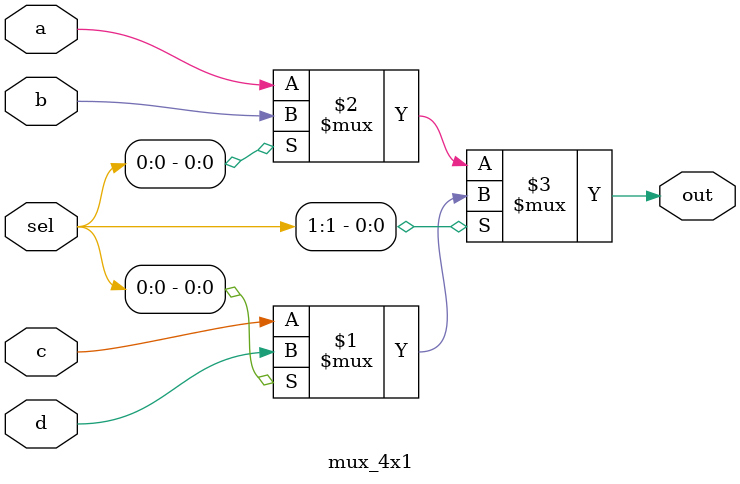
<source format=v>
module mux_4x1 ( input  a,                 
                         input  b,           
                         input  c,           
                         input  d,           
                         input [1:0] sel,    
                         output  out);       

   // When sel[1] is 0, (sel[0]? b:a) is selected and when sel[1] is 1, (sel[0] ? d:c) is taken
   // When sel[0] is 0, a is sent to output, else b and when sel[0] is 0, c is sent to output, else d
   assign out = sel[1] ? (sel[0] ? d : c) : (sel[0] ? b : a);

endmodule

</source>
